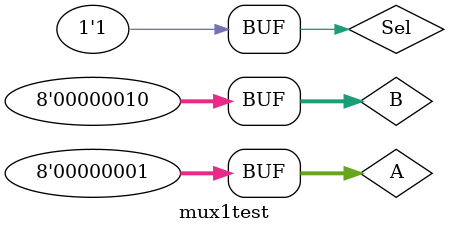
<source format=v>
`timescale 1ns / 1ps


module mux1test;

	// Inputs
	reg [7:0] A;
	reg [7:0] B;
	reg Sel;

	// Outputs
	wire [7:0] Result;

	// Instantiate the Unit Under Test (UUT)
	mux1 uut (
		.A(A), 
		.B(B), 
		.Sel(Sel), 
		.Result(Result)
	);

	initial begin
		// Initialize Inputs
		A = 0;
		B = 0;
		Sel = 0;

		// Wait 100 ns for global reset to finish
		#100;
        
		// Add stimulus here
      A = 7'b0000000;
      B = 7'b0000001;
      Sel = 0;
      
		#20;
		
		A = 7'b0000001;
		B = 7'b0000010;
		Sel = 1;
  
 

	end
      
endmodule


</source>
